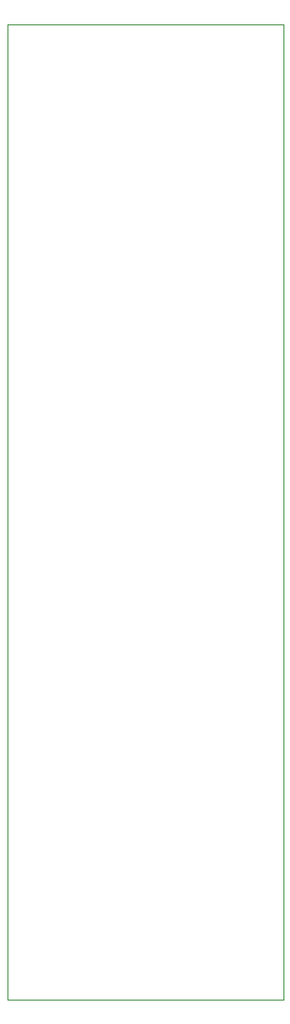
<source format=gm1>
%TF.GenerationSoftware,KiCad,Pcbnew,5.1.9+dfsg1-1~bpo10+1*%
%TF.CreationDate,2021-06-25T21:43:00+02:00*%
%TF.ProjectId,flexm68k,666c6578-6d36-4386-9b2e-6b696361645f,0.1*%
%TF.SameCoordinates,Original*%
%TF.FileFunction,Profile,NP*%
%FSLAX46Y46*%
G04 Gerber Fmt 4.6, Leading zero omitted, Abs format (unit mm)*
G04 Created by KiCad (PCBNEW 5.1.9+dfsg1-1~bpo10+1) date 2021-06-25 21:43:00*
%MOMM*%
%LPD*%
G01*
G04 APERTURE LIST*
%TA.AperFunction,Profile*%
%ADD10C,0.050000*%
%TD*%
G04 APERTURE END LIST*
D10*
X136300000Y-147950000D02*
X136300000Y-59950000D01*
X137300000Y-147950000D02*
X136300000Y-147950000D01*
X161300000Y-147950000D02*
X137300000Y-147950000D01*
X161300000Y-59950000D02*
X161300000Y-147950000D01*
X136300000Y-59950000D02*
X161300000Y-59950000D01*
M02*

</source>
